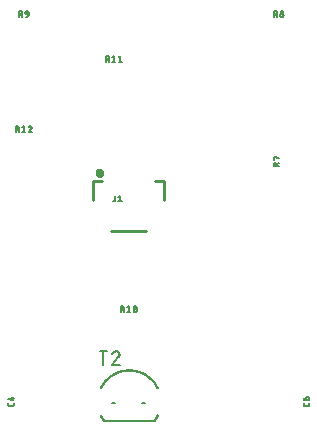
<source format=gbr>
G04 EAGLE Gerber RS-274X export*
G75*
%MOMM*%
%FSLAX34Y34*%
%LPD*%
%INSilkscreen Top*%
%IPPOS*%
%AMOC8*
5,1,8,0,0,1.08239X$1,22.5*%
G01*
%ADD10C,0.127000*%
%ADD11C,0.254000*%
%ADD12C,0.400000*%
%ADD13C,0.012700*%


D10*
X17145Y49304D02*
X17145Y48232D01*
X17143Y48167D01*
X17137Y48103D01*
X17127Y48039D01*
X17114Y47975D01*
X17096Y47913D01*
X17075Y47852D01*
X17051Y47792D01*
X17022Y47734D01*
X16990Y47677D01*
X16955Y47623D01*
X16917Y47571D01*
X16875Y47521D01*
X16831Y47474D01*
X16784Y47430D01*
X16734Y47388D01*
X16682Y47350D01*
X16628Y47315D01*
X16571Y47283D01*
X16513Y47254D01*
X16453Y47230D01*
X16392Y47209D01*
X16330Y47191D01*
X16266Y47178D01*
X16202Y47168D01*
X16138Y47162D01*
X16073Y47160D01*
X16073Y47159D02*
X13391Y47159D01*
X13326Y47161D01*
X13262Y47167D01*
X13198Y47177D01*
X13134Y47190D01*
X13072Y47208D01*
X13011Y47229D01*
X12951Y47254D01*
X12892Y47282D01*
X12836Y47314D01*
X12781Y47349D01*
X12729Y47387D01*
X12679Y47429D01*
X12632Y47473D01*
X12588Y47520D01*
X12546Y47570D01*
X12508Y47622D01*
X12473Y47677D01*
X12441Y47733D01*
X12413Y47792D01*
X12388Y47851D01*
X12367Y47913D01*
X12349Y47975D01*
X12336Y48039D01*
X12326Y48103D01*
X12320Y48167D01*
X12318Y48232D01*
X12319Y48232D02*
X12319Y49304D01*
X12319Y52832D02*
X16073Y51760D01*
X16073Y54441D01*
X15000Y53637D02*
X17145Y53637D01*
X267081Y49304D02*
X267081Y48232D01*
X267079Y48167D01*
X267073Y48103D01*
X267063Y48039D01*
X267050Y47975D01*
X267032Y47913D01*
X267011Y47852D01*
X266987Y47792D01*
X266958Y47734D01*
X266926Y47677D01*
X266891Y47623D01*
X266853Y47571D01*
X266811Y47521D01*
X266767Y47474D01*
X266720Y47430D01*
X266670Y47388D01*
X266618Y47350D01*
X266564Y47315D01*
X266507Y47283D01*
X266449Y47254D01*
X266389Y47230D01*
X266328Y47209D01*
X266266Y47191D01*
X266202Y47178D01*
X266138Y47168D01*
X266074Y47162D01*
X266009Y47160D01*
X266009Y47159D02*
X263327Y47159D01*
X263262Y47161D01*
X263198Y47167D01*
X263134Y47177D01*
X263070Y47190D01*
X263008Y47208D01*
X262947Y47229D01*
X262887Y47254D01*
X262828Y47282D01*
X262772Y47314D01*
X262717Y47349D01*
X262665Y47387D01*
X262615Y47429D01*
X262568Y47473D01*
X262524Y47520D01*
X262482Y47570D01*
X262444Y47622D01*
X262409Y47677D01*
X262377Y47733D01*
X262349Y47792D01*
X262324Y47851D01*
X262303Y47913D01*
X262285Y47975D01*
X262272Y48039D01*
X262262Y48103D01*
X262256Y48167D01*
X262254Y48232D01*
X262255Y48232D02*
X262255Y49304D01*
X264400Y51760D02*
X264400Y53368D01*
X264402Y53433D01*
X264408Y53497D01*
X264418Y53561D01*
X264431Y53625D01*
X264449Y53687D01*
X264470Y53748D01*
X264494Y53808D01*
X264523Y53866D01*
X264555Y53923D01*
X264590Y53977D01*
X264628Y54029D01*
X264670Y54079D01*
X264714Y54126D01*
X264761Y54170D01*
X264811Y54212D01*
X264863Y54250D01*
X264917Y54285D01*
X264974Y54317D01*
X265032Y54346D01*
X265092Y54370D01*
X265153Y54391D01*
X265215Y54409D01*
X265279Y54422D01*
X265343Y54432D01*
X265407Y54438D01*
X265472Y54440D01*
X265472Y54441D02*
X265740Y54441D01*
X265811Y54439D01*
X265883Y54433D01*
X265953Y54424D01*
X266023Y54411D01*
X266093Y54394D01*
X266161Y54373D01*
X266228Y54349D01*
X266294Y54321D01*
X266358Y54290D01*
X266421Y54255D01*
X266481Y54217D01*
X266540Y54176D01*
X266596Y54132D01*
X266650Y54085D01*
X266701Y54036D01*
X266749Y53983D01*
X266795Y53928D01*
X266837Y53871D01*
X266877Y53811D01*
X266913Y53750D01*
X266946Y53686D01*
X266975Y53621D01*
X267001Y53555D01*
X267024Y53487D01*
X267043Y53418D01*
X267058Y53348D01*
X267069Y53278D01*
X267077Y53207D01*
X267081Y53136D01*
X267081Y53064D01*
X267077Y52993D01*
X267069Y52922D01*
X267058Y52852D01*
X267043Y52782D01*
X267024Y52713D01*
X267001Y52645D01*
X266975Y52579D01*
X266946Y52514D01*
X266913Y52450D01*
X266877Y52389D01*
X266837Y52329D01*
X266795Y52272D01*
X266749Y52217D01*
X266701Y52164D01*
X266650Y52115D01*
X266596Y52068D01*
X266540Y52024D01*
X266481Y51983D01*
X266421Y51945D01*
X266358Y51910D01*
X266294Y51879D01*
X266228Y51851D01*
X266161Y51827D01*
X266093Y51806D01*
X266023Y51789D01*
X265953Y51776D01*
X265883Y51767D01*
X265811Y51761D01*
X265740Y51759D01*
X265740Y51760D02*
X264400Y51760D01*
X264309Y51762D01*
X264218Y51768D01*
X264128Y51777D01*
X264037Y51791D01*
X263948Y51808D01*
X263860Y51829D01*
X263772Y51854D01*
X263685Y51883D01*
X263600Y51915D01*
X263516Y51950D01*
X263434Y51990D01*
X263354Y52032D01*
X263275Y52078D01*
X263199Y52128D01*
X263125Y52180D01*
X263052Y52236D01*
X262983Y52295D01*
X262916Y52356D01*
X262851Y52421D01*
X262790Y52488D01*
X262731Y52557D01*
X262675Y52629D01*
X262623Y52704D01*
X262573Y52780D01*
X262527Y52859D01*
X262485Y52939D01*
X262445Y53021D01*
X262410Y53105D01*
X262378Y53190D01*
X262349Y53277D01*
X262324Y53364D01*
X262303Y53453D01*
X262286Y53542D01*
X262272Y53632D01*
X262263Y53723D01*
X262257Y53814D01*
X262255Y53905D01*
D11*
X129300Y195300D02*
X99300Y195300D01*
X84300Y221300D02*
X84300Y237800D01*
X136800Y237800D02*
X144300Y237800D01*
X144300Y221300D01*
X91800Y237800D02*
X84300Y237800D01*
D12*
X87886Y244300D02*
X87888Y244375D01*
X87894Y244449D01*
X87904Y244523D01*
X87917Y244596D01*
X87935Y244669D01*
X87956Y244740D01*
X87981Y244811D01*
X88010Y244880D01*
X88043Y244947D01*
X88079Y245012D01*
X88118Y245076D01*
X88160Y245137D01*
X88206Y245196D01*
X88255Y245253D01*
X88307Y245306D01*
X88361Y245357D01*
X88418Y245406D01*
X88478Y245450D01*
X88540Y245492D01*
X88604Y245531D01*
X88670Y245566D01*
X88737Y245597D01*
X88807Y245625D01*
X88877Y245649D01*
X88949Y245670D01*
X89022Y245686D01*
X89095Y245699D01*
X89170Y245708D01*
X89244Y245713D01*
X89319Y245714D01*
X89393Y245711D01*
X89468Y245704D01*
X89541Y245693D01*
X89615Y245679D01*
X89687Y245660D01*
X89758Y245638D01*
X89828Y245612D01*
X89897Y245582D01*
X89963Y245549D01*
X90028Y245512D01*
X90091Y245472D01*
X90152Y245428D01*
X90210Y245382D01*
X90266Y245332D01*
X90319Y245280D01*
X90370Y245225D01*
X90417Y245167D01*
X90461Y245107D01*
X90502Y245044D01*
X90540Y244980D01*
X90574Y244914D01*
X90605Y244845D01*
X90632Y244776D01*
X90655Y244705D01*
X90674Y244633D01*
X90690Y244560D01*
X90702Y244486D01*
X90710Y244412D01*
X90714Y244337D01*
X90714Y244263D01*
X90710Y244188D01*
X90702Y244114D01*
X90690Y244040D01*
X90674Y243967D01*
X90655Y243895D01*
X90632Y243824D01*
X90605Y243755D01*
X90574Y243686D01*
X90540Y243620D01*
X90502Y243556D01*
X90461Y243493D01*
X90417Y243433D01*
X90370Y243375D01*
X90319Y243320D01*
X90266Y243268D01*
X90210Y243218D01*
X90152Y243172D01*
X90091Y243128D01*
X90028Y243088D01*
X89963Y243051D01*
X89897Y243018D01*
X89828Y242988D01*
X89758Y242962D01*
X89687Y242940D01*
X89615Y242921D01*
X89541Y242907D01*
X89468Y242896D01*
X89393Y242889D01*
X89319Y242886D01*
X89244Y242887D01*
X89170Y242892D01*
X89095Y242901D01*
X89022Y242914D01*
X88949Y242930D01*
X88877Y242951D01*
X88807Y242975D01*
X88737Y243003D01*
X88670Y243034D01*
X88604Y243069D01*
X88540Y243108D01*
X88478Y243150D01*
X88418Y243194D01*
X88361Y243243D01*
X88307Y243294D01*
X88255Y243347D01*
X88206Y243404D01*
X88160Y243463D01*
X88118Y243524D01*
X88079Y243588D01*
X88043Y243653D01*
X88010Y243720D01*
X87981Y243789D01*
X87956Y243860D01*
X87935Y243931D01*
X87917Y244004D01*
X87904Y244077D01*
X87894Y244151D01*
X87888Y244225D01*
X87886Y244300D01*
D10*
X102574Y225171D02*
X102574Y221417D01*
X102573Y221417D02*
X102571Y221352D01*
X102565Y221288D01*
X102555Y221224D01*
X102542Y221160D01*
X102524Y221098D01*
X102503Y221037D01*
X102479Y220977D01*
X102450Y220919D01*
X102418Y220862D01*
X102383Y220808D01*
X102345Y220756D01*
X102303Y220706D01*
X102259Y220659D01*
X102212Y220615D01*
X102162Y220573D01*
X102110Y220535D01*
X102056Y220500D01*
X101999Y220468D01*
X101941Y220439D01*
X101881Y220415D01*
X101820Y220394D01*
X101758Y220376D01*
X101694Y220363D01*
X101630Y220353D01*
X101566Y220347D01*
X101501Y220345D01*
X100965Y220345D01*
X105522Y224099D02*
X106862Y225171D01*
X106862Y220345D01*
X105522Y220345D02*
X108203Y220345D01*
X107505Y131445D02*
X107505Y126619D01*
X107505Y131445D02*
X108845Y131445D01*
X108916Y131443D01*
X108988Y131437D01*
X109058Y131428D01*
X109128Y131415D01*
X109198Y131398D01*
X109266Y131377D01*
X109333Y131353D01*
X109399Y131325D01*
X109463Y131294D01*
X109526Y131259D01*
X109586Y131221D01*
X109645Y131180D01*
X109701Y131136D01*
X109755Y131089D01*
X109806Y131040D01*
X109854Y130987D01*
X109900Y130932D01*
X109942Y130875D01*
X109982Y130815D01*
X110018Y130754D01*
X110051Y130690D01*
X110080Y130625D01*
X110106Y130559D01*
X110129Y130491D01*
X110148Y130422D01*
X110163Y130352D01*
X110174Y130282D01*
X110182Y130211D01*
X110186Y130140D01*
X110186Y130068D01*
X110182Y129997D01*
X110174Y129926D01*
X110163Y129856D01*
X110148Y129786D01*
X110129Y129717D01*
X110106Y129649D01*
X110080Y129583D01*
X110051Y129518D01*
X110018Y129454D01*
X109982Y129393D01*
X109942Y129333D01*
X109900Y129276D01*
X109854Y129221D01*
X109806Y129168D01*
X109755Y129119D01*
X109701Y129072D01*
X109645Y129028D01*
X109586Y128987D01*
X109526Y128949D01*
X109463Y128914D01*
X109399Y128883D01*
X109333Y128855D01*
X109266Y128831D01*
X109198Y128810D01*
X109128Y128793D01*
X109058Y128780D01*
X108988Y128771D01*
X108916Y128765D01*
X108845Y128763D01*
X108845Y128764D02*
X107505Y128764D01*
X109114Y128764D02*
X110186Y126619D01*
X112928Y130373D02*
X114268Y131445D01*
X114268Y126619D01*
X112928Y126619D02*
X115609Y126619D01*
X118414Y129032D02*
X118416Y129152D01*
X118421Y129272D01*
X118430Y129392D01*
X118443Y129512D01*
X118459Y129631D01*
X118479Y129750D01*
X118503Y129868D01*
X118530Y129985D01*
X118560Y130101D01*
X118594Y130216D01*
X118632Y130331D01*
X118673Y130444D01*
X118717Y130555D01*
X118765Y130666D01*
X118816Y130775D01*
X118837Y130832D01*
X118863Y130888D01*
X118891Y130943D01*
X118923Y130995D01*
X118959Y131046D01*
X118997Y131094D01*
X119038Y131140D01*
X119082Y131183D01*
X119128Y131223D01*
X119177Y131260D01*
X119229Y131294D01*
X119282Y131325D01*
X119337Y131353D01*
X119393Y131377D01*
X119451Y131398D01*
X119510Y131415D01*
X119570Y131428D01*
X119631Y131437D01*
X119693Y131443D01*
X119754Y131445D01*
X119815Y131443D01*
X119877Y131437D01*
X119938Y131428D01*
X119998Y131415D01*
X120057Y131398D01*
X120115Y131377D01*
X120171Y131353D01*
X120226Y131325D01*
X120279Y131294D01*
X120331Y131260D01*
X120380Y131223D01*
X120426Y131183D01*
X120470Y131140D01*
X120511Y131094D01*
X120549Y131046D01*
X120585Y130995D01*
X120617Y130943D01*
X120645Y130888D01*
X120671Y130832D01*
X120692Y130775D01*
X120693Y130775D02*
X120744Y130666D01*
X120792Y130555D01*
X120836Y130444D01*
X120877Y130331D01*
X120915Y130216D01*
X120949Y130101D01*
X120979Y129985D01*
X121006Y129868D01*
X121030Y129750D01*
X121050Y129631D01*
X121066Y129512D01*
X121079Y129392D01*
X121088Y129272D01*
X121093Y129152D01*
X121095Y129032D01*
X118414Y129032D02*
X118416Y128912D01*
X118421Y128792D01*
X118430Y128672D01*
X118443Y128552D01*
X118459Y128433D01*
X118479Y128314D01*
X118503Y128196D01*
X118530Y128079D01*
X118560Y127963D01*
X118594Y127848D01*
X118632Y127733D01*
X118673Y127620D01*
X118717Y127509D01*
X118765Y127398D01*
X118816Y127289D01*
X118837Y127232D01*
X118863Y127176D01*
X118891Y127121D01*
X118923Y127069D01*
X118959Y127018D01*
X118997Y126970D01*
X119038Y126924D01*
X119082Y126881D01*
X119128Y126841D01*
X119177Y126804D01*
X119229Y126770D01*
X119282Y126739D01*
X119337Y126711D01*
X119393Y126687D01*
X119451Y126666D01*
X119510Y126649D01*
X119570Y126636D01*
X119631Y126627D01*
X119693Y126621D01*
X119754Y126619D01*
X120693Y127289D02*
X120744Y127398D01*
X120792Y127509D01*
X120836Y127620D01*
X120877Y127733D01*
X120915Y127848D01*
X120949Y127963D01*
X120979Y128079D01*
X121006Y128196D01*
X121030Y128314D01*
X121050Y128433D01*
X121066Y128552D01*
X121079Y128672D01*
X121088Y128792D01*
X121093Y128912D01*
X121095Y129032D01*
X120692Y127289D02*
X120671Y127232D01*
X120645Y127176D01*
X120617Y127121D01*
X120585Y127069D01*
X120549Y127018D01*
X120511Y126970D01*
X120470Y126924D01*
X120426Y126881D01*
X120379Y126841D01*
X120331Y126804D01*
X120279Y126770D01*
X120226Y126739D01*
X120171Y126711D01*
X120115Y126687D01*
X120057Y126666D01*
X119998Y126649D01*
X119938Y126636D01*
X119877Y126627D01*
X119815Y126621D01*
X119754Y126619D01*
X118682Y127691D02*
X120827Y130373D01*
X94805Y338455D02*
X94805Y343281D01*
X96146Y343281D01*
X96217Y343279D01*
X96289Y343273D01*
X96359Y343264D01*
X96429Y343251D01*
X96499Y343234D01*
X96567Y343213D01*
X96634Y343189D01*
X96700Y343161D01*
X96764Y343130D01*
X96827Y343095D01*
X96887Y343057D01*
X96946Y343016D01*
X97002Y342972D01*
X97056Y342925D01*
X97107Y342876D01*
X97155Y342823D01*
X97201Y342768D01*
X97243Y342711D01*
X97283Y342651D01*
X97319Y342590D01*
X97352Y342526D01*
X97381Y342461D01*
X97407Y342395D01*
X97430Y342327D01*
X97449Y342258D01*
X97464Y342188D01*
X97475Y342118D01*
X97483Y342047D01*
X97487Y341976D01*
X97487Y341904D01*
X97483Y341833D01*
X97475Y341762D01*
X97464Y341692D01*
X97449Y341622D01*
X97430Y341553D01*
X97407Y341485D01*
X97381Y341419D01*
X97352Y341354D01*
X97319Y341290D01*
X97283Y341229D01*
X97243Y341169D01*
X97201Y341112D01*
X97155Y341057D01*
X97107Y341004D01*
X97056Y340955D01*
X97002Y340908D01*
X96946Y340864D01*
X96887Y340823D01*
X96827Y340785D01*
X96764Y340750D01*
X96700Y340719D01*
X96634Y340691D01*
X96567Y340667D01*
X96499Y340646D01*
X96429Y340629D01*
X96359Y340616D01*
X96289Y340607D01*
X96217Y340601D01*
X96146Y340599D01*
X96146Y340600D02*
X94805Y340600D01*
X96414Y340600D02*
X97486Y338455D01*
X100228Y342209D02*
X101568Y343281D01*
X101568Y338455D01*
X100228Y338455D02*
X102909Y338455D01*
X105714Y342209D02*
X107055Y343281D01*
X107055Y338455D01*
X108395Y338455D02*
X105714Y338455D01*
X18605Y283845D02*
X18605Y279019D01*
X18605Y283845D02*
X19945Y283845D01*
X20016Y283843D01*
X20088Y283837D01*
X20158Y283828D01*
X20228Y283815D01*
X20298Y283798D01*
X20366Y283777D01*
X20433Y283753D01*
X20499Y283725D01*
X20563Y283694D01*
X20626Y283659D01*
X20686Y283621D01*
X20745Y283580D01*
X20801Y283536D01*
X20855Y283489D01*
X20906Y283440D01*
X20954Y283387D01*
X21000Y283332D01*
X21042Y283275D01*
X21082Y283215D01*
X21118Y283154D01*
X21151Y283090D01*
X21180Y283025D01*
X21206Y282959D01*
X21229Y282891D01*
X21248Y282822D01*
X21263Y282752D01*
X21274Y282682D01*
X21282Y282611D01*
X21286Y282540D01*
X21286Y282468D01*
X21282Y282397D01*
X21274Y282326D01*
X21263Y282256D01*
X21248Y282186D01*
X21229Y282117D01*
X21206Y282049D01*
X21180Y281983D01*
X21151Y281918D01*
X21118Y281854D01*
X21082Y281793D01*
X21042Y281733D01*
X21000Y281676D01*
X20954Y281621D01*
X20906Y281568D01*
X20855Y281519D01*
X20801Y281472D01*
X20745Y281428D01*
X20686Y281387D01*
X20626Y281349D01*
X20563Y281314D01*
X20499Y281283D01*
X20433Y281255D01*
X20366Y281231D01*
X20298Y281210D01*
X20228Y281193D01*
X20158Y281180D01*
X20088Y281171D01*
X20016Y281165D01*
X19945Y281163D01*
X19945Y281164D02*
X18605Y281164D01*
X20214Y281164D02*
X21286Y279019D01*
X24028Y282773D02*
X25368Y283845D01*
X25368Y279019D01*
X24028Y279019D02*
X26709Y279019D01*
X30989Y283845D02*
X31057Y283843D01*
X31124Y283837D01*
X31191Y283828D01*
X31258Y283815D01*
X31323Y283798D01*
X31388Y283777D01*
X31451Y283753D01*
X31513Y283725D01*
X31573Y283694D01*
X31631Y283660D01*
X31687Y283622D01*
X31742Y283582D01*
X31793Y283538D01*
X31842Y283491D01*
X31889Y283442D01*
X31933Y283391D01*
X31973Y283336D01*
X32011Y283280D01*
X32045Y283222D01*
X32076Y283162D01*
X32104Y283100D01*
X32128Y283037D01*
X32149Y282972D01*
X32166Y282907D01*
X32179Y282840D01*
X32188Y282773D01*
X32194Y282706D01*
X32196Y282638D01*
X30989Y283845D02*
X30911Y283843D01*
X30833Y283837D01*
X30756Y283827D01*
X30679Y283814D01*
X30603Y283796D01*
X30528Y283775D01*
X30454Y283750D01*
X30382Y283721D01*
X30311Y283689D01*
X30242Y283653D01*
X30174Y283614D01*
X30109Y283571D01*
X30046Y283525D01*
X29985Y283476D01*
X29927Y283424D01*
X29872Y283369D01*
X29819Y283312D01*
X29770Y283252D01*
X29723Y283189D01*
X29680Y283125D01*
X29640Y283058D01*
X29603Y282989D01*
X29570Y282918D01*
X29540Y282846D01*
X29514Y282773D01*
X31793Y281700D02*
X31842Y281749D01*
X31889Y281801D01*
X31932Y281856D01*
X31973Y281913D01*
X32011Y281972D01*
X32045Y282033D01*
X32076Y282096D01*
X32104Y282160D01*
X32128Y282226D01*
X32148Y282292D01*
X32165Y282360D01*
X32178Y282429D01*
X32187Y282498D01*
X32193Y282568D01*
X32195Y282638D01*
X31793Y281700D02*
X29514Y279019D01*
X32195Y279019D01*
X236855Y249948D02*
X241681Y249948D01*
X236855Y249948D02*
X236855Y251289D01*
X236857Y251360D01*
X236863Y251432D01*
X236872Y251502D01*
X236885Y251572D01*
X236902Y251642D01*
X236923Y251710D01*
X236947Y251777D01*
X236975Y251843D01*
X237006Y251907D01*
X237041Y251970D01*
X237079Y252030D01*
X237120Y252089D01*
X237164Y252145D01*
X237211Y252199D01*
X237260Y252250D01*
X237313Y252298D01*
X237368Y252344D01*
X237425Y252386D01*
X237485Y252426D01*
X237546Y252462D01*
X237610Y252495D01*
X237675Y252524D01*
X237741Y252550D01*
X237809Y252573D01*
X237878Y252592D01*
X237948Y252607D01*
X238018Y252618D01*
X238089Y252626D01*
X238160Y252630D01*
X238232Y252630D01*
X238303Y252626D01*
X238374Y252618D01*
X238444Y252607D01*
X238514Y252592D01*
X238583Y252573D01*
X238651Y252550D01*
X238717Y252524D01*
X238782Y252495D01*
X238846Y252462D01*
X238907Y252426D01*
X238967Y252386D01*
X239024Y252344D01*
X239079Y252298D01*
X239132Y252250D01*
X239181Y252199D01*
X239228Y252145D01*
X239272Y252089D01*
X239313Y252030D01*
X239351Y251970D01*
X239386Y251907D01*
X239417Y251843D01*
X239445Y251777D01*
X239469Y251710D01*
X239490Y251642D01*
X239507Y251572D01*
X239520Y251502D01*
X239529Y251432D01*
X239535Y251360D01*
X239537Y251289D01*
X239536Y251289D02*
X239536Y249948D01*
X239536Y251557D02*
X241681Y252629D01*
X237391Y255371D02*
X236855Y255371D01*
X236855Y258052D01*
X241681Y256711D01*
X237248Y376555D02*
X237248Y381381D01*
X238589Y381381D01*
X238660Y381379D01*
X238732Y381373D01*
X238802Y381364D01*
X238872Y381351D01*
X238942Y381334D01*
X239010Y381313D01*
X239077Y381289D01*
X239143Y381261D01*
X239207Y381230D01*
X239270Y381195D01*
X239330Y381157D01*
X239389Y381116D01*
X239445Y381072D01*
X239499Y381025D01*
X239550Y380976D01*
X239598Y380923D01*
X239644Y380868D01*
X239686Y380811D01*
X239726Y380751D01*
X239762Y380690D01*
X239795Y380626D01*
X239824Y380561D01*
X239850Y380495D01*
X239873Y380427D01*
X239892Y380358D01*
X239907Y380288D01*
X239918Y380218D01*
X239926Y380147D01*
X239930Y380076D01*
X239930Y380004D01*
X239926Y379933D01*
X239918Y379862D01*
X239907Y379792D01*
X239892Y379722D01*
X239873Y379653D01*
X239850Y379585D01*
X239824Y379519D01*
X239795Y379454D01*
X239762Y379390D01*
X239726Y379329D01*
X239686Y379269D01*
X239644Y379212D01*
X239598Y379157D01*
X239550Y379104D01*
X239499Y379055D01*
X239445Y379008D01*
X239389Y378964D01*
X239330Y378923D01*
X239270Y378885D01*
X239207Y378850D01*
X239143Y378819D01*
X239077Y378791D01*
X239010Y378767D01*
X238942Y378746D01*
X238872Y378729D01*
X238802Y378716D01*
X238732Y378707D01*
X238660Y378701D01*
X238589Y378699D01*
X238589Y378700D02*
X237248Y378700D01*
X238857Y378700D02*
X239929Y376555D01*
X242670Y377896D02*
X242672Y377967D01*
X242678Y378039D01*
X242687Y378109D01*
X242700Y378179D01*
X242717Y378249D01*
X242738Y378317D01*
X242762Y378384D01*
X242790Y378450D01*
X242821Y378514D01*
X242856Y378577D01*
X242894Y378637D01*
X242935Y378696D01*
X242979Y378752D01*
X243026Y378806D01*
X243075Y378857D01*
X243128Y378905D01*
X243183Y378951D01*
X243240Y378993D01*
X243300Y379033D01*
X243361Y379069D01*
X243425Y379102D01*
X243490Y379131D01*
X243556Y379157D01*
X243624Y379180D01*
X243693Y379199D01*
X243763Y379214D01*
X243833Y379225D01*
X243904Y379233D01*
X243975Y379237D01*
X244047Y379237D01*
X244118Y379233D01*
X244189Y379225D01*
X244259Y379214D01*
X244329Y379199D01*
X244398Y379180D01*
X244466Y379157D01*
X244532Y379131D01*
X244597Y379102D01*
X244661Y379069D01*
X244722Y379033D01*
X244782Y378993D01*
X244839Y378951D01*
X244894Y378905D01*
X244947Y378857D01*
X244996Y378806D01*
X245043Y378752D01*
X245087Y378696D01*
X245128Y378637D01*
X245166Y378577D01*
X245201Y378514D01*
X245232Y378450D01*
X245260Y378384D01*
X245284Y378317D01*
X245305Y378249D01*
X245322Y378179D01*
X245335Y378109D01*
X245344Y378039D01*
X245350Y377967D01*
X245352Y377896D01*
X245350Y377825D01*
X245344Y377753D01*
X245335Y377683D01*
X245322Y377613D01*
X245305Y377543D01*
X245284Y377475D01*
X245260Y377408D01*
X245232Y377342D01*
X245201Y377278D01*
X245166Y377215D01*
X245128Y377155D01*
X245087Y377096D01*
X245043Y377040D01*
X244996Y376986D01*
X244947Y376935D01*
X244894Y376887D01*
X244839Y376841D01*
X244782Y376799D01*
X244722Y376759D01*
X244661Y376723D01*
X244597Y376690D01*
X244532Y376661D01*
X244466Y376635D01*
X244398Y376612D01*
X244329Y376593D01*
X244259Y376578D01*
X244189Y376567D01*
X244118Y376559D01*
X244047Y376555D01*
X243975Y376555D01*
X243904Y376559D01*
X243833Y376567D01*
X243763Y376578D01*
X243693Y376593D01*
X243624Y376612D01*
X243556Y376635D01*
X243490Y376661D01*
X243425Y376690D01*
X243361Y376723D01*
X243300Y376759D01*
X243240Y376799D01*
X243183Y376841D01*
X243128Y376887D01*
X243075Y376935D01*
X243026Y376986D01*
X242979Y377040D01*
X242935Y377096D01*
X242894Y377155D01*
X242856Y377215D01*
X242821Y377278D01*
X242790Y377342D01*
X242762Y377408D01*
X242738Y377475D01*
X242717Y377543D01*
X242700Y377613D01*
X242687Y377683D01*
X242678Y377753D01*
X242672Y377825D01*
X242670Y377896D01*
X242939Y380309D02*
X242941Y380374D01*
X242947Y380438D01*
X242957Y380502D01*
X242970Y380566D01*
X242988Y380628D01*
X243009Y380689D01*
X243033Y380749D01*
X243062Y380807D01*
X243094Y380864D01*
X243129Y380918D01*
X243167Y380970D01*
X243209Y381020D01*
X243253Y381067D01*
X243300Y381111D01*
X243350Y381153D01*
X243402Y381191D01*
X243456Y381226D01*
X243513Y381258D01*
X243571Y381287D01*
X243631Y381311D01*
X243692Y381332D01*
X243754Y381350D01*
X243818Y381363D01*
X243882Y381373D01*
X243946Y381379D01*
X244011Y381381D01*
X244076Y381379D01*
X244140Y381373D01*
X244204Y381363D01*
X244268Y381350D01*
X244330Y381332D01*
X244391Y381311D01*
X244451Y381287D01*
X244509Y381258D01*
X244566Y381226D01*
X244620Y381191D01*
X244672Y381153D01*
X244722Y381111D01*
X244769Y381067D01*
X244813Y381020D01*
X244855Y380970D01*
X244893Y380918D01*
X244928Y380864D01*
X244960Y380807D01*
X244989Y380749D01*
X245013Y380689D01*
X245034Y380628D01*
X245052Y380566D01*
X245065Y380502D01*
X245075Y380438D01*
X245081Y380374D01*
X245083Y380309D01*
X245081Y380244D01*
X245075Y380180D01*
X245065Y380116D01*
X245052Y380052D01*
X245034Y379990D01*
X245013Y379929D01*
X244989Y379869D01*
X244960Y379811D01*
X244928Y379754D01*
X244893Y379700D01*
X244855Y379648D01*
X244813Y379598D01*
X244769Y379551D01*
X244722Y379507D01*
X244672Y379465D01*
X244620Y379427D01*
X244566Y379392D01*
X244509Y379360D01*
X244451Y379331D01*
X244391Y379307D01*
X244330Y379286D01*
X244268Y379268D01*
X244204Y379255D01*
X244140Y379245D01*
X244076Y379239D01*
X244011Y379237D01*
X243946Y379239D01*
X243882Y379245D01*
X243818Y379255D01*
X243754Y379268D01*
X243692Y379286D01*
X243631Y379307D01*
X243571Y379331D01*
X243513Y379360D01*
X243456Y379392D01*
X243402Y379427D01*
X243350Y379465D01*
X243300Y379507D01*
X243253Y379551D01*
X243209Y379598D01*
X243167Y379648D01*
X243129Y379700D01*
X243094Y379754D01*
X243062Y379811D01*
X243033Y379869D01*
X243009Y379929D01*
X242988Y379990D01*
X242970Y380052D01*
X242957Y380116D01*
X242947Y380180D01*
X242941Y380244D01*
X242939Y380309D01*
X21348Y381381D02*
X21348Y376555D01*
X21348Y381381D02*
X22689Y381381D01*
X22760Y381379D01*
X22832Y381373D01*
X22902Y381364D01*
X22972Y381351D01*
X23042Y381334D01*
X23110Y381313D01*
X23177Y381289D01*
X23243Y381261D01*
X23307Y381230D01*
X23370Y381195D01*
X23430Y381157D01*
X23489Y381116D01*
X23545Y381072D01*
X23599Y381025D01*
X23650Y380976D01*
X23698Y380923D01*
X23744Y380868D01*
X23786Y380811D01*
X23826Y380751D01*
X23862Y380690D01*
X23895Y380626D01*
X23924Y380561D01*
X23950Y380495D01*
X23973Y380427D01*
X23992Y380358D01*
X24007Y380288D01*
X24018Y380218D01*
X24026Y380147D01*
X24030Y380076D01*
X24030Y380004D01*
X24026Y379933D01*
X24018Y379862D01*
X24007Y379792D01*
X23992Y379722D01*
X23973Y379653D01*
X23950Y379585D01*
X23924Y379519D01*
X23895Y379454D01*
X23862Y379390D01*
X23826Y379329D01*
X23786Y379269D01*
X23744Y379212D01*
X23698Y379157D01*
X23650Y379104D01*
X23599Y379055D01*
X23545Y379008D01*
X23489Y378964D01*
X23430Y378923D01*
X23370Y378885D01*
X23307Y378850D01*
X23243Y378819D01*
X23177Y378791D01*
X23110Y378767D01*
X23042Y378746D01*
X22972Y378729D01*
X22902Y378716D01*
X22832Y378707D01*
X22760Y378701D01*
X22689Y378699D01*
X22689Y378700D02*
X21348Y378700D01*
X22957Y378700D02*
X24029Y376555D01*
X27843Y378700D02*
X29452Y378700D01*
X27843Y378700D02*
X27778Y378702D01*
X27714Y378708D01*
X27650Y378718D01*
X27586Y378731D01*
X27524Y378749D01*
X27463Y378770D01*
X27403Y378794D01*
X27345Y378823D01*
X27288Y378855D01*
X27234Y378890D01*
X27182Y378928D01*
X27132Y378970D01*
X27085Y379014D01*
X27041Y379061D01*
X26999Y379111D01*
X26961Y379163D01*
X26926Y379217D01*
X26894Y379274D01*
X26865Y379332D01*
X26841Y379392D01*
X26820Y379453D01*
X26802Y379515D01*
X26789Y379579D01*
X26779Y379643D01*
X26773Y379707D01*
X26771Y379772D01*
X26771Y380040D01*
X26770Y380040D02*
X26772Y380111D01*
X26778Y380183D01*
X26787Y380253D01*
X26800Y380323D01*
X26817Y380393D01*
X26838Y380461D01*
X26862Y380528D01*
X26890Y380594D01*
X26921Y380658D01*
X26956Y380721D01*
X26994Y380781D01*
X27035Y380840D01*
X27079Y380896D01*
X27126Y380950D01*
X27175Y381001D01*
X27228Y381049D01*
X27283Y381095D01*
X27340Y381137D01*
X27400Y381177D01*
X27461Y381213D01*
X27525Y381246D01*
X27590Y381275D01*
X27656Y381301D01*
X27724Y381324D01*
X27793Y381343D01*
X27863Y381358D01*
X27933Y381369D01*
X28004Y381377D01*
X28075Y381381D01*
X28147Y381381D01*
X28218Y381377D01*
X28289Y381369D01*
X28359Y381358D01*
X28429Y381343D01*
X28498Y381324D01*
X28566Y381301D01*
X28632Y381275D01*
X28697Y381246D01*
X28761Y381213D01*
X28822Y381177D01*
X28882Y381137D01*
X28939Y381095D01*
X28994Y381049D01*
X29047Y381001D01*
X29096Y380950D01*
X29143Y380896D01*
X29187Y380840D01*
X29228Y380781D01*
X29266Y380721D01*
X29301Y380658D01*
X29332Y380594D01*
X29360Y380528D01*
X29384Y380461D01*
X29405Y380393D01*
X29422Y380323D01*
X29435Y380253D01*
X29444Y380183D01*
X29450Y380111D01*
X29452Y380040D01*
X29452Y378700D01*
X29450Y378609D01*
X29444Y378518D01*
X29435Y378428D01*
X29421Y378337D01*
X29404Y378248D01*
X29383Y378160D01*
X29358Y378072D01*
X29329Y377985D01*
X29297Y377900D01*
X29262Y377816D01*
X29222Y377734D01*
X29180Y377654D01*
X29134Y377575D01*
X29084Y377499D01*
X29032Y377425D01*
X28976Y377352D01*
X28917Y377283D01*
X28856Y377216D01*
X28791Y377151D01*
X28724Y377090D01*
X28655Y377031D01*
X28582Y376975D01*
X28508Y376923D01*
X28432Y376873D01*
X28353Y376827D01*
X28273Y376785D01*
X28191Y376745D01*
X28107Y376710D01*
X28022Y376678D01*
X27935Y376649D01*
X27847Y376624D01*
X27759Y376603D01*
X27670Y376586D01*
X27579Y376572D01*
X27489Y376563D01*
X27398Y376557D01*
X27307Y376555D01*
X93350Y34290D02*
X135250Y34290D01*
D13*
X138920Y62460D02*
X137886Y61973D01*
X137605Y62548D01*
X137310Y63117D01*
X137001Y63677D01*
X136678Y64230D01*
X136342Y64775D01*
X135993Y65311D01*
X135630Y65839D01*
X135255Y66358D01*
X134867Y66867D01*
X134467Y67367D01*
X134054Y67856D01*
X133630Y68336D01*
X133194Y68805D01*
X132747Y69263D01*
X132288Y69710D01*
X131819Y70145D01*
X131339Y70569D01*
X130849Y70981D01*
X130350Y71381D01*
X129840Y71768D01*
X129321Y72143D01*
X128793Y72505D01*
X128256Y72854D01*
X127711Y73190D01*
X127158Y73512D01*
X126597Y73821D01*
X126028Y74115D01*
X125453Y74396D01*
X124871Y74662D01*
X124282Y74914D01*
X123688Y75152D01*
X123088Y75375D01*
X122482Y75583D01*
X121872Y75776D01*
X121257Y75955D01*
X120638Y76118D01*
X120015Y76266D01*
X119389Y76398D01*
X118760Y76515D01*
X118127Y76617D01*
X117493Y76703D01*
X116857Y76773D01*
X116219Y76828D01*
X115580Y76868D01*
X114940Y76891D01*
X114300Y76899D01*
X113660Y76891D01*
X113020Y76868D01*
X112381Y76828D01*
X111743Y76773D01*
X111107Y76703D01*
X110473Y76617D01*
X109840Y76515D01*
X109211Y76398D01*
X108585Y76266D01*
X107962Y76118D01*
X107343Y75955D01*
X106728Y75776D01*
X106118Y75583D01*
X105512Y75375D01*
X104912Y75152D01*
X104318Y74914D01*
X103729Y74662D01*
X103147Y74396D01*
X102572Y74115D01*
X102003Y73821D01*
X101442Y73512D01*
X100889Y73190D01*
X100344Y72854D01*
X99807Y72505D01*
X99279Y72143D01*
X98760Y71768D01*
X98250Y71381D01*
X97751Y70981D01*
X97261Y70569D01*
X96781Y70145D01*
X96312Y69710D01*
X95853Y69263D01*
X95406Y68805D01*
X94970Y68336D01*
X94546Y67856D01*
X94133Y67367D01*
X93733Y66867D01*
X93345Y66358D01*
X92970Y65839D01*
X92607Y65311D01*
X92258Y64775D01*
X91922Y64230D01*
X91599Y63677D01*
X91290Y63117D01*
X90995Y62548D01*
X90714Y61973D01*
X89680Y62460D01*
X89679Y62460D01*
X89973Y63061D01*
X90281Y63654D01*
X90604Y64239D01*
X90940Y64816D01*
X91291Y65385D01*
X91656Y65945D01*
X92034Y66496D01*
X92426Y67037D01*
X92831Y67569D01*
X93249Y68091D01*
X93679Y68602D01*
X94122Y69102D01*
X94577Y69592D01*
X95044Y70070D01*
X95522Y70536D01*
X96012Y70991D01*
X96513Y71434D01*
X97024Y71864D01*
X97546Y72281D01*
X98078Y72686D01*
X98620Y73077D01*
X99171Y73455D01*
X99731Y73819D01*
X100301Y74170D01*
X100878Y74506D01*
X101464Y74828D01*
X102057Y75136D01*
X102657Y75429D01*
X103265Y75707D01*
X103879Y75970D01*
X104500Y76218D01*
X105126Y76451D01*
X105758Y76668D01*
X106396Y76870D01*
X107037Y77056D01*
X107684Y77226D01*
X108334Y77381D01*
X108988Y77519D01*
X109645Y77641D01*
X110305Y77747D01*
X110967Y77837D01*
X111631Y77911D01*
X112297Y77968D01*
X112964Y78009D01*
X113632Y78034D01*
X114300Y78042D01*
X114968Y78034D01*
X115636Y78009D01*
X116303Y77968D01*
X116969Y77911D01*
X117633Y77837D01*
X118295Y77747D01*
X118955Y77641D01*
X119612Y77519D01*
X120266Y77381D01*
X120916Y77226D01*
X121563Y77056D01*
X122204Y76870D01*
X122842Y76668D01*
X123474Y76451D01*
X124100Y76218D01*
X124721Y75970D01*
X125335Y75707D01*
X125943Y75429D01*
X126543Y75136D01*
X127136Y74828D01*
X127722Y74506D01*
X128299Y74170D01*
X128869Y73819D01*
X129429Y73455D01*
X129980Y73077D01*
X130522Y72686D01*
X131054Y72281D01*
X131576Y71864D01*
X132087Y71434D01*
X132588Y70991D01*
X133078Y70536D01*
X133556Y70070D01*
X134023Y69592D01*
X134478Y69102D01*
X134921Y68602D01*
X135351Y68091D01*
X135769Y67569D01*
X136174Y67037D01*
X136566Y66496D01*
X136944Y65945D01*
X137309Y65385D01*
X137660Y64816D01*
X137996Y64239D01*
X138319Y63654D01*
X138627Y63061D01*
X138921Y62460D01*
X138812Y62409D01*
X138520Y63007D01*
X138213Y63597D01*
X137892Y64180D01*
X137557Y64755D01*
X137207Y65321D01*
X136844Y65878D01*
X136468Y66427D01*
X136078Y66966D01*
X135675Y67495D01*
X135259Y68015D01*
X134830Y68524D01*
X134389Y69022D01*
X133936Y69509D01*
X133471Y69985D01*
X132995Y70450D01*
X132507Y70902D01*
X132009Y71343D01*
X131499Y71771D01*
X130980Y72187D01*
X130450Y72589D01*
X129911Y72979D01*
X129362Y73355D01*
X128804Y73718D01*
X128238Y74067D01*
X127663Y74402D01*
X127080Y74722D01*
X126489Y75029D01*
X125891Y75320D01*
X125286Y75597D01*
X124675Y75859D01*
X124057Y76106D01*
X123433Y76338D01*
X122804Y76554D01*
X122170Y76755D01*
X121531Y76940D01*
X120887Y77110D01*
X120240Y77264D01*
X119589Y77401D01*
X118935Y77523D01*
X118278Y77629D01*
X117618Y77718D01*
X116957Y77792D01*
X116294Y77849D01*
X115630Y77889D01*
X114965Y77914D01*
X114300Y77922D01*
X113635Y77914D01*
X112970Y77889D01*
X112306Y77849D01*
X111643Y77792D01*
X110982Y77718D01*
X110322Y77629D01*
X109665Y77523D01*
X109011Y77401D01*
X108360Y77264D01*
X107713Y77110D01*
X107069Y76940D01*
X106430Y76755D01*
X105796Y76554D01*
X105167Y76338D01*
X104543Y76106D01*
X103925Y75859D01*
X103314Y75597D01*
X102709Y75320D01*
X102111Y75029D01*
X101520Y74722D01*
X100937Y74402D01*
X100362Y74067D01*
X99796Y73718D01*
X99238Y73355D01*
X98689Y72979D01*
X98150Y72589D01*
X97620Y72187D01*
X97101Y71771D01*
X96591Y71343D01*
X96093Y70902D01*
X95605Y70450D01*
X95129Y69985D01*
X94664Y69509D01*
X94211Y69022D01*
X93770Y68524D01*
X93341Y68015D01*
X92925Y67495D01*
X92522Y66966D01*
X92132Y66427D01*
X91756Y65878D01*
X91393Y65321D01*
X91043Y64755D01*
X90708Y64180D01*
X90387Y63597D01*
X90080Y63007D01*
X89788Y62409D01*
X89897Y62358D01*
X90187Y62953D01*
X90493Y63541D01*
X90813Y64121D01*
X91146Y64693D01*
X91494Y65257D01*
X91856Y65812D01*
X92231Y66358D01*
X92619Y66895D01*
X93020Y67422D01*
X93434Y67939D01*
X93861Y68445D01*
X94300Y68941D01*
X94751Y69426D01*
X95214Y69900D01*
X95688Y70363D01*
X96174Y70813D01*
X96670Y71252D01*
X97177Y71678D01*
X97694Y72092D01*
X98221Y72493D01*
X98758Y72881D01*
X99305Y73256D01*
X99860Y73617D01*
X100424Y73964D01*
X100996Y74297D01*
X101577Y74617D01*
X102165Y74922D01*
X102760Y75212D01*
X103363Y75488D01*
X103971Y75749D01*
X104586Y75994D01*
X105207Y76225D01*
X105834Y76440D01*
X106465Y76640D01*
X107102Y76825D01*
X107742Y76994D01*
X108387Y77147D01*
X109035Y77284D01*
X109686Y77405D01*
X110340Y77510D01*
X110996Y77599D01*
X111655Y77672D01*
X112315Y77729D01*
X112976Y77770D01*
X113638Y77794D01*
X114300Y77802D01*
X114962Y77794D01*
X115624Y77770D01*
X116285Y77729D01*
X116945Y77672D01*
X117604Y77599D01*
X118260Y77510D01*
X118914Y77405D01*
X119565Y77284D01*
X120213Y77147D01*
X120858Y76994D01*
X121498Y76825D01*
X122135Y76640D01*
X122766Y76440D01*
X123393Y76225D01*
X124014Y75994D01*
X124629Y75749D01*
X125237Y75488D01*
X125840Y75212D01*
X126435Y74922D01*
X127023Y74617D01*
X127604Y74297D01*
X128176Y73964D01*
X128740Y73617D01*
X129295Y73256D01*
X129842Y72881D01*
X130379Y72493D01*
X130906Y72092D01*
X131423Y71678D01*
X131930Y71252D01*
X132426Y70813D01*
X132912Y70363D01*
X133386Y69900D01*
X133849Y69426D01*
X134300Y68941D01*
X134739Y68445D01*
X135166Y67939D01*
X135580Y67422D01*
X135981Y66895D01*
X136369Y66358D01*
X136744Y65812D01*
X137106Y65257D01*
X137454Y64693D01*
X137787Y64121D01*
X138107Y63541D01*
X138413Y62953D01*
X138703Y62358D01*
X138595Y62307D01*
X138305Y62899D01*
X138001Y63484D01*
X137683Y64062D01*
X137351Y64632D01*
X137004Y65193D01*
X136644Y65745D01*
X136271Y66289D01*
X135885Y66823D01*
X135485Y67348D01*
X135073Y67863D01*
X134648Y68367D01*
X134211Y68861D01*
X133762Y69344D01*
X133301Y69816D01*
X132829Y70276D01*
X132346Y70725D01*
X131852Y71161D01*
X131347Y71586D01*
X130832Y71998D01*
X130307Y72397D01*
X129772Y72783D01*
X129228Y73156D01*
X128676Y73515D01*
X128114Y73861D01*
X127544Y74193D01*
X126966Y74511D01*
X126381Y74814D01*
X125788Y75103D01*
X125189Y75378D01*
X124583Y75638D01*
X123970Y75882D01*
X123352Y76112D01*
X122728Y76327D01*
X122100Y76526D01*
X121466Y76709D01*
X120829Y76877D01*
X120187Y77029D01*
X119542Y77166D01*
X118894Y77287D01*
X118243Y77391D01*
X117589Y77480D01*
X116934Y77553D01*
X116277Y77609D01*
X115618Y77650D01*
X114959Y77674D01*
X114300Y77682D01*
X113641Y77674D01*
X112982Y77650D01*
X112323Y77609D01*
X111666Y77553D01*
X111011Y77480D01*
X110357Y77391D01*
X109706Y77287D01*
X109058Y77166D01*
X108413Y77029D01*
X107771Y76877D01*
X107134Y76709D01*
X106500Y76526D01*
X105872Y76327D01*
X105248Y76112D01*
X104630Y75882D01*
X104017Y75638D01*
X103411Y75378D01*
X102812Y75103D01*
X102219Y74814D01*
X101634Y74511D01*
X101056Y74193D01*
X100486Y73861D01*
X99924Y73515D01*
X99372Y73156D01*
X98828Y72783D01*
X98293Y72397D01*
X97768Y71998D01*
X97253Y71586D01*
X96748Y71161D01*
X96254Y70725D01*
X95771Y70276D01*
X95299Y69816D01*
X94838Y69344D01*
X94389Y68861D01*
X93952Y68367D01*
X93527Y67863D01*
X93115Y67348D01*
X92715Y66823D01*
X92329Y66289D01*
X91956Y65745D01*
X91596Y65193D01*
X91249Y64632D01*
X90917Y64062D01*
X90599Y63484D01*
X90295Y62899D01*
X90005Y62307D01*
X90114Y62256D01*
X90402Y62845D01*
X90705Y63428D01*
X91022Y64003D01*
X91352Y64570D01*
X91697Y65129D01*
X92055Y65679D01*
X92427Y66220D01*
X92812Y66752D01*
X93210Y67274D01*
X93620Y67787D01*
X94043Y68289D01*
X94478Y68780D01*
X94925Y69261D01*
X95384Y69731D01*
X95854Y70189D01*
X96335Y70636D01*
X96827Y71071D01*
X97329Y71493D01*
X97842Y71903D01*
X98365Y72300D01*
X98897Y72685D01*
X99438Y73056D01*
X99989Y73414D01*
X100548Y73758D01*
X101115Y74089D01*
X101690Y74405D01*
X102273Y74707D01*
X102863Y74995D01*
X103460Y75268D01*
X104063Y75527D01*
X104673Y75770D01*
X105288Y75999D01*
X105909Y76213D01*
X106535Y76411D01*
X107166Y76594D01*
X107800Y76761D01*
X108439Y76912D01*
X109082Y77048D01*
X109727Y77168D01*
X110375Y77273D01*
X111026Y77361D01*
X111678Y77433D01*
X112332Y77490D01*
X112987Y77530D01*
X113644Y77554D01*
X114300Y77562D01*
X114956Y77554D01*
X115613Y77530D01*
X116268Y77490D01*
X116922Y77433D01*
X117574Y77361D01*
X118225Y77273D01*
X118873Y77168D01*
X119518Y77048D01*
X120161Y76912D01*
X120800Y76761D01*
X121434Y76594D01*
X122065Y76411D01*
X122691Y76213D01*
X123312Y75999D01*
X123927Y75770D01*
X124537Y75527D01*
X125140Y75268D01*
X125737Y74995D01*
X126327Y74707D01*
X126910Y74405D01*
X127485Y74089D01*
X128052Y73758D01*
X128611Y73414D01*
X129162Y73056D01*
X129703Y72685D01*
X130235Y72300D01*
X130758Y71903D01*
X131271Y71493D01*
X131773Y71071D01*
X132265Y70636D01*
X132746Y70189D01*
X133216Y69731D01*
X133675Y69261D01*
X134122Y68780D01*
X134557Y68289D01*
X134980Y67787D01*
X135390Y67274D01*
X135788Y66752D01*
X136173Y66220D01*
X136545Y65679D01*
X136903Y65129D01*
X137248Y64570D01*
X137578Y64003D01*
X137895Y63428D01*
X138198Y62845D01*
X138486Y62256D01*
X138378Y62205D01*
X138091Y62792D01*
X137789Y63372D01*
X137474Y63944D01*
X137145Y64509D01*
X136801Y65065D01*
X136445Y65612D01*
X136075Y66151D01*
X135692Y66681D01*
X135296Y67201D01*
X134887Y67711D01*
X134466Y68211D01*
X134033Y68700D01*
X133588Y69179D01*
X133131Y69646D01*
X132663Y70102D01*
X132184Y70547D01*
X131695Y70980D01*
X131194Y71400D01*
X130684Y71809D01*
X130164Y72204D01*
X129634Y72587D01*
X129095Y72956D01*
X128547Y73313D01*
X127991Y73655D01*
X127426Y73984D01*
X126853Y74299D01*
X126273Y74600D01*
X125686Y74887D01*
X125091Y75159D01*
X124491Y75416D01*
X123884Y75659D01*
X123271Y75886D01*
X122653Y76099D01*
X122030Y76296D01*
X121402Y76478D01*
X120770Y76644D01*
X120134Y76795D01*
X119495Y76931D01*
X118853Y77050D01*
X118207Y77154D01*
X117560Y77242D01*
X116910Y77314D01*
X116259Y77370D01*
X115607Y77410D01*
X114954Y77434D01*
X114300Y77442D01*
X113646Y77434D01*
X112993Y77410D01*
X112341Y77370D01*
X111690Y77314D01*
X111040Y77242D01*
X110393Y77154D01*
X109747Y77050D01*
X109105Y76931D01*
X108466Y76795D01*
X107830Y76644D01*
X107198Y76478D01*
X106570Y76296D01*
X105947Y76099D01*
X105329Y75886D01*
X104716Y75659D01*
X104109Y75416D01*
X103509Y75159D01*
X102914Y74887D01*
X102327Y74600D01*
X101747Y74299D01*
X101174Y73984D01*
X100609Y73655D01*
X100053Y73313D01*
X99505Y72956D01*
X98966Y72587D01*
X98436Y72204D01*
X97916Y71809D01*
X97406Y71400D01*
X96905Y70980D01*
X96416Y70547D01*
X95937Y70102D01*
X95469Y69646D01*
X95012Y69179D01*
X94567Y68700D01*
X94134Y68211D01*
X93713Y67711D01*
X93304Y67201D01*
X92908Y66681D01*
X92525Y66151D01*
X92155Y65612D01*
X91799Y65065D01*
X91455Y64509D01*
X91126Y63944D01*
X90811Y63372D01*
X90509Y62792D01*
X90222Y62205D01*
X90331Y62153D01*
X90617Y62738D01*
X90917Y63315D01*
X91231Y63885D01*
X91558Y64447D01*
X91900Y65001D01*
X92255Y65546D01*
X92623Y66082D01*
X93005Y66609D01*
X93399Y67127D01*
X93806Y67635D01*
X94225Y68132D01*
X94656Y68619D01*
X95099Y69096D01*
X95554Y69561D01*
X96019Y70016D01*
X96496Y70458D01*
X96984Y70889D01*
X97482Y71308D01*
X97990Y71714D01*
X98508Y72108D01*
X99035Y72489D01*
X99572Y72857D01*
X100117Y73211D01*
X100671Y73552D01*
X101233Y73880D01*
X101803Y74193D01*
X102381Y74493D01*
X102966Y74778D01*
X103557Y75049D01*
X104155Y75305D01*
X104760Y75547D01*
X105369Y75773D01*
X105985Y75985D01*
X106605Y76181D01*
X107230Y76362D01*
X107859Y76528D01*
X108492Y76678D01*
X109128Y76813D01*
X109768Y76932D01*
X110410Y77035D01*
X111055Y77123D01*
X111702Y77194D01*
X112350Y77250D01*
X112999Y77290D01*
X113649Y77314D01*
X114300Y77322D01*
X114951Y77314D01*
X115601Y77290D01*
X116250Y77250D01*
X116898Y77194D01*
X117545Y77123D01*
X118190Y77035D01*
X118832Y76932D01*
X119472Y76813D01*
X120108Y76678D01*
X120741Y76528D01*
X121370Y76362D01*
X121995Y76181D01*
X122615Y75985D01*
X123231Y75773D01*
X123840Y75547D01*
X124445Y75305D01*
X125043Y75049D01*
X125634Y74778D01*
X126219Y74493D01*
X126797Y74193D01*
X127367Y73880D01*
X127929Y73552D01*
X128483Y73211D01*
X129028Y72857D01*
X129565Y72489D01*
X130092Y72108D01*
X130610Y71714D01*
X131118Y71308D01*
X131616Y70889D01*
X132104Y70458D01*
X132581Y70016D01*
X133046Y69561D01*
X133501Y69096D01*
X133944Y68619D01*
X134375Y68132D01*
X134794Y67635D01*
X135201Y67127D01*
X135595Y66609D01*
X135977Y66082D01*
X136345Y65546D01*
X136700Y65001D01*
X137042Y64447D01*
X137369Y63885D01*
X137683Y63315D01*
X137983Y62738D01*
X138269Y62153D01*
X138160Y62102D01*
X137876Y62684D01*
X137577Y63259D01*
X137265Y63826D01*
X136938Y64385D01*
X136598Y64937D01*
X136245Y65479D01*
X135878Y66013D01*
X135499Y66538D01*
X135106Y67053D01*
X134701Y67559D01*
X134284Y68054D01*
X133855Y68539D01*
X133414Y69013D01*
X132961Y69477D01*
X132498Y69929D01*
X132023Y70369D01*
X131538Y70798D01*
X131042Y71215D01*
X130536Y71620D01*
X130021Y72012D01*
X129496Y72391D01*
X128961Y72757D01*
X128418Y73110D01*
X127867Y73450D01*
X127307Y73776D01*
X126740Y74088D01*
X126165Y74386D01*
X125583Y74670D01*
X124994Y74939D01*
X124399Y75194D01*
X123797Y75435D01*
X123190Y75660D01*
X122578Y75871D01*
X121960Y76066D01*
X121338Y76247D01*
X120712Y76412D01*
X120082Y76561D01*
X119448Y76695D01*
X118811Y76814D01*
X118172Y76917D01*
X117530Y77004D01*
X116887Y77075D01*
X116241Y77131D01*
X115595Y77170D01*
X114948Y77194D01*
X114300Y77202D01*
X113652Y77194D01*
X113005Y77170D01*
X112359Y77131D01*
X111713Y77075D01*
X111070Y77004D01*
X110428Y76917D01*
X109789Y76814D01*
X109152Y76695D01*
X108518Y76561D01*
X107888Y76412D01*
X107262Y76247D01*
X106640Y76066D01*
X106022Y75871D01*
X105410Y75660D01*
X104803Y75435D01*
X104201Y75194D01*
X103606Y74939D01*
X103017Y74670D01*
X102435Y74386D01*
X101860Y74088D01*
X101293Y73776D01*
X100733Y73450D01*
X100182Y73110D01*
X99639Y72757D01*
X99104Y72391D01*
X98579Y72012D01*
X98064Y71620D01*
X97558Y71215D01*
X97062Y70798D01*
X96577Y70369D01*
X96102Y69929D01*
X95639Y69477D01*
X95186Y69013D01*
X94745Y68539D01*
X94316Y68054D01*
X93899Y67559D01*
X93494Y67053D01*
X93101Y66538D01*
X92722Y66013D01*
X92355Y65479D01*
X92002Y64937D01*
X91662Y64385D01*
X91335Y63826D01*
X91023Y63259D01*
X90724Y62684D01*
X90440Y62102D01*
X90548Y62051D01*
X90831Y62630D01*
X91128Y63203D01*
X91440Y63767D01*
X91765Y64324D01*
X92103Y64873D01*
X92455Y65413D01*
X92820Y65944D01*
X93198Y66467D01*
X93588Y66979D01*
X93992Y67483D01*
X94407Y67976D01*
X94834Y68459D01*
X95273Y68931D01*
X95724Y69392D01*
X96185Y69842D01*
X96658Y70281D01*
X97141Y70707D01*
X97634Y71122D01*
X98138Y71525D01*
X98651Y71915D01*
X99174Y72293D01*
X99705Y72657D01*
X100246Y73009D01*
X100795Y73347D01*
X101352Y73671D01*
X101917Y73982D01*
X102489Y74279D01*
X103069Y74561D01*
X103655Y74830D01*
X104247Y75083D01*
X104846Y75323D01*
X105450Y75547D01*
X106060Y75757D01*
X106675Y75951D01*
X107294Y76131D01*
X107917Y76295D01*
X108545Y76444D01*
X109175Y76578D01*
X109809Y76695D01*
X110446Y76798D01*
X111084Y76885D01*
X111725Y76956D01*
X112368Y77011D01*
X113011Y77050D01*
X113655Y77074D01*
X114300Y77082D01*
X114945Y77074D01*
X115589Y77050D01*
X116232Y77011D01*
X116875Y76956D01*
X117516Y76885D01*
X118154Y76798D01*
X118791Y76695D01*
X119425Y76578D01*
X120055Y76444D01*
X120683Y76295D01*
X121306Y76131D01*
X121925Y75951D01*
X122540Y75757D01*
X123150Y75547D01*
X123754Y75323D01*
X124353Y75083D01*
X124945Y74830D01*
X125531Y74561D01*
X126111Y74279D01*
X126683Y73982D01*
X127248Y73671D01*
X127805Y73347D01*
X128354Y73009D01*
X128895Y72657D01*
X129426Y72293D01*
X129949Y71915D01*
X130462Y71525D01*
X130966Y71122D01*
X131459Y70707D01*
X131942Y70281D01*
X132415Y69842D01*
X132876Y69392D01*
X133327Y68931D01*
X133766Y68459D01*
X134193Y67976D01*
X134608Y67483D01*
X135012Y66979D01*
X135402Y66467D01*
X135780Y65944D01*
X136145Y65413D01*
X136497Y64873D01*
X136835Y64324D01*
X137160Y63767D01*
X137472Y63203D01*
X137769Y62630D01*
X138052Y62051D01*
X137943Y62000D01*
X137662Y62577D01*
X137366Y63146D01*
X137056Y63708D01*
X136732Y64262D01*
X136395Y64809D01*
X136045Y65346D01*
X135682Y65875D01*
X135306Y66395D01*
X134917Y66906D01*
X134516Y67407D01*
X134102Y67897D01*
X133677Y68378D01*
X133240Y68848D01*
X132791Y69307D01*
X132332Y69755D01*
X131862Y70192D01*
X131381Y70617D01*
X130889Y71030D01*
X130388Y71430D01*
X129877Y71819D01*
X129357Y72195D01*
X128828Y72558D01*
X128290Y72907D01*
X127743Y73244D01*
X127189Y73567D01*
X126627Y73876D01*
X126057Y74171D01*
X125480Y74453D01*
X124897Y74720D01*
X124307Y74973D01*
X123711Y75211D01*
X123109Y75434D01*
X122502Y75643D01*
X121890Y75837D01*
X121274Y76015D01*
X120653Y76179D01*
X120029Y76327D01*
X119401Y76460D01*
X118770Y76577D01*
X118137Y76679D01*
X117501Y76765D01*
X116863Y76836D01*
X116224Y76891D01*
X115583Y76931D01*
X114942Y76954D01*
X114300Y76962D01*
X113658Y76954D01*
X113017Y76931D01*
X112376Y76891D01*
X111737Y76836D01*
X111099Y76765D01*
X110463Y76679D01*
X109830Y76577D01*
X109199Y76460D01*
X108571Y76327D01*
X107947Y76179D01*
X107326Y76015D01*
X106710Y75837D01*
X106098Y75643D01*
X105491Y75434D01*
X104889Y75211D01*
X104293Y74973D01*
X103703Y74720D01*
X103120Y74453D01*
X102543Y74171D01*
X101973Y73876D01*
X101411Y73567D01*
X100857Y73244D01*
X100310Y72907D01*
X99772Y72558D01*
X99243Y72195D01*
X98723Y71819D01*
X98212Y71430D01*
X97711Y71030D01*
X97219Y70617D01*
X96738Y70192D01*
X96268Y69755D01*
X95809Y69307D01*
X95360Y68848D01*
X94923Y68378D01*
X94498Y67897D01*
X94084Y67407D01*
X93683Y66906D01*
X93294Y66395D01*
X92918Y65875D01*
X92555Y65346D01*
X92205Y64809D01*
X91868Y64262D01*
X91544Y63708D01*
X91234Y63146D01*
X90938Y62577D01*
X90657Y62000D01*
X89675Y39141D02*
X90710Y39627D01*
X90709Y39627D02*
X90964Y39104D01*
X91230Y38588D01*
X91508Y38077D01*
X91797Y37573D01*
X92097Y37075D01*
X92408Y36584D01*
X92730Y36100D01*
X93063Y35624D01*
X93406Y35155D01*
X93759Y34694D01*
X92862Y33986D01*
X92492Y34468D01*
X92134Y34958D01*
X91786Y35456D01*
X91450Y35961D01*
X91125Y36474D01*
X90811Y36994D01*
X90509Y37521D01*
X90219Y38054D01*
X89941Y38594D01*
X89675Y39140D01*
X89783Y39191D01*
X90048Y38648D01*
X90325Y38110D01*
X90614Y37579D01*
X90915Y37055D01*
X91227Y36537D01*
X91550Y36027D01*
X91885Y35523D01*
X92231Y35028D01*
X92588Y34540D01*
X92956Y34060D01*
X93050Y34135D01*
X92684Y34612D01*
X92329Y35098D01*
X91984Y35591D01*
X91651Y36092D01*
X91329Y36600D01*
X91018Y37116D01*
X90719Y37638D01*
X90431Y38166D01*
X90156Y38701D01*
X89892Y39242D01*
X90001Y39293D01*
X90263Y38755D01*
X90537Y38222D01*
X90824Y37696D01*
X91121Y37176D01*
X91431Y36663D01*
X91751Y36158D01*
X92083Y35659D01*
X92426Y35168D01*
X92780Y34684D01*
X93145Y34209D01*
X93239Y34283D01*
X92876Y34756D01*
X92524Y35238D01*
X92182Y35727D01*
X91852Y36223D01*
X91533Y36727D01*
X91225Y37237D01*
X90928Y37755D01*
X90644Y38278D01*
X90370Y38808D01*
X90109Y39345D01*
X90218Y39396D01*
X90478Y38862D01*
X90750Y38334D01*
X91033Y37813D01*
X91328Y37298D01*
X91635Y36790D01*
X91953Y36288D01*
X92282Y35794D01*
X92621Y35308D01*
X92972Y34829D01*
X93333Y34357D01*
X93427Y34432D01*
X93068Y34901D01*
X92719Y35377D01*
X92381Y35862D01*
X92053Y36354D01*
X91737Y36853D01*
X91432Y37359D01*
X91138Y37871D01*
X90856Y38390D01*
X90585Y38916D01*
X90326Y39447D01*
X90435Y39498D01*
X90693Y38969D01*
X90962Y38446D01*
X91243Y37930D01*
X91535Y37420D01*
X91839Y36916D01*
X92154Y36419D01*
X92480Y35930D01*
X92816Y35447D01*
X93164Y34973D01*
X93521Y34506D01*
X93616Y34580D01*
X93260Y35045D01*
X92914Y35517D01*
X92579Y35997D01*
X92255Y36485D01*
X91941Y36979D01*
X91639Y37480D01*
X91348Y37988D01*
X91068Y38502D01*
X90800Y39023D01*
X90543Y39549D01*
X90652Y39600D01*
X90907Y39076D01*
X91174Y38558D01*
X91453Y38047D01*
X91742Y37541D01*
X92043Y37042D01*
X92355Y36550D01*
X92678Y36065D01*
X93011Y35587D01*
X93356Y35117D01*
X93710Y34655D01*
D10*
X100260Y49530D02*
X102940Y49530D01*
X125660Y49530D02*
X128340Y49530D01*
D13*
X135738Y33986D02*
X134840Y34694D01*
X134841Y34694D02*
X135210Y35176D01*
X135568Y35666D01*
X135914Y36165D01*
X136249Y36672D01*
X136571Y37186D01*
X136882Y37708D01*
X137181Y38236D01*
X137467Y38772D01*
X137740Y39314D01*
X138001Y39862D01*
X139040Y39386D01*
X138768Y38813D01*
X138482Y38247D01*
X138183Y37687D01*
X137871Y37135D01*
X137546Y36590D01*
X137209Y36052D01*
X136860Y35523D01*
X136498Y35002D01*
X136124Y34490D01*
X135738Y33986D01*
X135644Y34060D01*
X136028Y34562D01*
X136400Y35072D01*
X136760Y35590D01*
X137108Y36117D01*
X137444Y36652D01*
X137767Y37195D01*
X138078Y37745D01*
X138375Y38302D01*
X138660Y38866D01*
X138931Y39436D01*
X138822Y39486D01*
X138552Y38918D01*
X138269Y38357D01*
X137972Y37803D01*
X137663Y37255D01*
X137342Y36715D01*
X137008Y36182D01*
X136661Y35658D01*
X136302Y35142D01*
X135932Y34634D01*
X135550Y34135D01*
X135455Y34209D01*
X135836Y34706D01*
X136205Y35211D01*
X136562Y35725D01*
X136907Y36247D01*
X137239Y36778D01*
X137560Y37315D01*
X137867Y37860D01*
X138162Y38412D01*
X138444Y38971D01*
X138713Y39536D01*
X138604Y39586D01*
X138336Y39024D01*
X138055Y38467D01*
X137762Y37918D01*
X137456Y37375D01*
X137137Y36840D01*
X136806Y36312D01*
X136462Y35793D01*
X136107Y35281D01*
X135740Y34778D01*
X135361Y34283D01*
X135267Y34357D01*
X135644Y34850D01*
X136009Y35351D01*
X136363Y35860D01*
X136705Y36377D01*
X137035Y36903D01*
X137352Y37436D01*
X137657Y37976D01*
X137949Y38522D01*
X138228Y39076D01*
X138495Y39636D01*
X138386Y39686D01*
X138120Y39129D01*
X137842Y38578D01*
X137551Y38033D01*
X137248Y37496D01*
X136932Y36965D01*
X136604Y36442D01*
X136264Y35927D01*
X135912Y35420D01*
X135548Y34922D01*
X135173Y34432D01*
X135079Y34506D01*
X135452Y34994D01*
X135814Y35490D01*
X136165Y35995D01*
X136503Y36508D01*
X136830Y37028D01*
X137144Y37556D01*
X137446Y38091D01*
X137736Y38633D01*
X138013Y39181D01*
X138277Y39736D01*
X138167Y39786D01*
X137905Y39234D01*
X137629Y38688D01*
X137341Y38149D01*
X137040Y37616D01*
X136727Y37091D01*
X136402Y36573D01*
X136065Y36062D01*
X135717Y35560D01*
X135356Y35066D01*
X134984Y34580D01*
X134890Y34655D01*
X135260Y35138D01*
X135619Y35630D01*
X135966Y36130D01*
X136302Y36638D01*
X136625Y37153D01*
X136937Y37676D01*
X137236Y38206D01*
X137523Y38743D01*
X137797Y39287D01*
X138058Y39836D01*
D10*
X92710Y81915D02*
X92710Y93345D01*
X89535Y93345D02*
X95885Y93345D01*
X103696Y93346D02*
X103800Y93344D01*
X103905Y93338D01*
X104009Y93329D01*
X104112Y93316D01*
X104215Y93298D01*
X104317Y93278D01*
X104419Y93253D01*
X104519Y93225D01*
X104619Y93193D01*
X104717Y93157D01*
X104814Y93118D01*
X104909Y93076D01*
X105003Y93030D01*
X105095Y92980D01*
X105185Y92928D01*
X105273Y92872D01*
X105359Y92812D01*
X105443Y92750D01*
X105524Y92685D01*
X105603Y92617D01*
X105680Y92545D01*
X105753Y92472D01*
X105825Y92395D01*
X105893Y92316D01*
X105958Y92235D01*
X106020Y92151D01*
X106080Y92065D01*
X106136Y91977D01*
X106188Y91887D01*
X106238Y91795D01*
X106284Y91701D01*
X106326Y91606D01*
X106365Y91509D01*
X106401Y91411D01*
X106433Y91311D01*
X106461Y91211D01*
X106486Y91109D01*
X106506Y91007D01*
X106524Y90904D01*
X106537Y90801D01*
X106546Y90697D01*
X106552Y90592D01*
X106554Y90488D01*
X103696Y93345D02*
X103578Y93343D01*
X103459Y93337D01*
X103341Y93328D01*
X103224Y93315D01*
X103107Y93297D01*
X102990Y93277D01*
X102874Y93252D01*
X102759Y93224D01*
X102646Y93191D01*
X102533Y93156D01*
X102421Y93116D01*
X102311Y93074D01*
X102202Y93027D01*
X102094Y92977D01*
X101989Y92924D01*
X101885Y92867D01*
X101783Y92807D01*
X101683Y92744D01*
X101585Y92677D01*
X101489Y92608D01*
X101396Y92535D01*
X101305Y92459D01*
X101216Y92381D01*
X101130Y92299D01*
X101047Y92215D01*
X100966Y92129D01*
X100889Y92039D01*
X100814Y91948D01*
X100742Y91854D01*
X100673Y91757D01*
X100608Y91659D01*
X100545Y91558D01*
X100486Y91455D01*
X100430Y91351D01*
X100378Y91245D01*
X100329Y91137D01*
X100284Y91028D01*
X100242Y90917D01*
X100204Y90805D01*
X105601Y88266D02*
X105677Y88341D01*
X105752Y88420D01*
X105823Y88501D01*
X105892Y88585D01*
X105957Y88671D01*
X106019Y88759D01*
X106079Y88849D01*
X106135Y88941D01*
X106188Y89036D01*
X106237Y89132D01*
X106283Y89230D01*
X106326Y89329D01*
X106365Y89430D01*
X106400Y89532D01*
X106432Y89635D01*
X106460Y89739D01*
X106485Y89844D01*
X106506Y89951D01*
X106523Y90057D01*
X106536Y90164D01*
X106545Y90272D01*
X106551Y90380D01*
X106553Y90488D01*
X105601Y88265D02*
X100203Y81915D01*
X106553Y81915D01*
M02*

</source>
